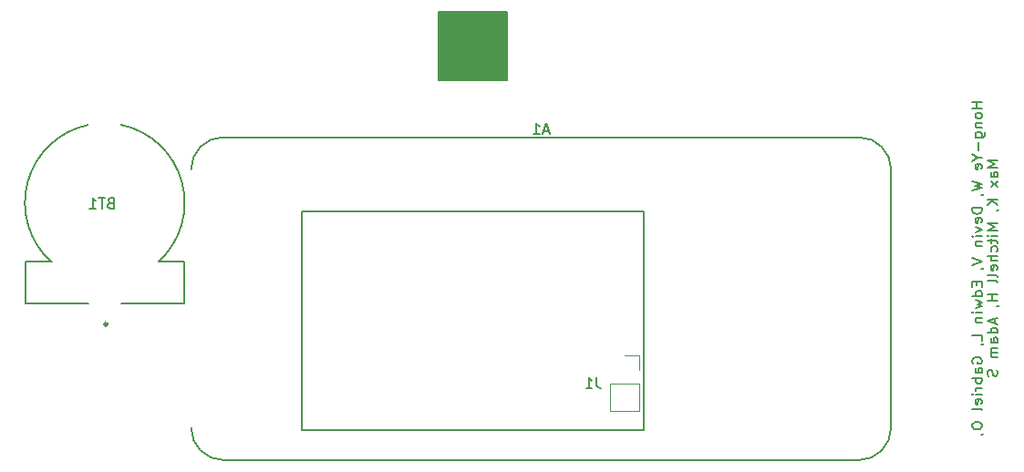
<source format=gbo>
G04 #@! TF.GenerationSoftware,KiCad,Pcbnew,(6.0.7-1)-1*
G04 #@! TF.CreationDate,2023-01-09T19:50:39-06:00*
G04 #@! TF.ProjectId,Neutro_v1,4e657574-726f-45f7-9631-2e6b69636164,v1*
G04 #@! TF.SameCoordinates,Original*
G04 #@! TF.FileFunction,Legend,Bot*
G04 #@! TF.FilePolarity,Positive*
%FSLAX46Y46*%
G04 Gerber Fmt 4.6, Leading zero omitted, Abs format (unit mm)*
G04 Created by KiCad (PCBNEW (6.0.7-1)-1) date 2023-01-09 19:50:39*
%MOMM*%
%LPD*%
G01*
G04 APERTURE LIST*
%ADD10C,0.150000*%
%ADD11C,0.200000*%
%ADD12C,0.127000*%
%ADD13C,0.300000*%
%ADD14C,0.120000*%
%ADD15C,2.500000*%
%ADD16C,2.250000*%
%ADD17R,1.800000X1.800000*%
%ADD18C,1.800000*%
%ADD19C,2.750000*%
%ADD20R,1.508000X1.508000*%
%ADD21C,1.508000*%
%ADD22C,1.300000*%
%ADD23C,1.050000*%
%ADD24R,2.300000X4.500000*%
%ADD25C,3.500000*%
%ADD26R,1.700000X1.700000*%
%ADD27O,1.700000X1.700000*%
G04 APERTURE END LIST*
D10*
X149225000Y-81550000D02*
X155575000Y-81550000D01*
X155575000Y-81550000D02*
X155575000Y-75200000D01*
X155575000Y-75200000D02*
X149225000Y-75200000D01*
X149225000Y-75200000D02*
X149225000Y-81550000D01*
G36*
X149225000Y-81550000D02*
G01*
X155575000Y-81550000D01*
X155575000Y-75200000D01*
X149225000Y-75200000D01*
X149225000Y-81550000D01*
G37*
D11*
X199682642Y-83571428D02*
X198782642Y-83571428D01*
X199211214Y-83571428D02*
X199211214Y-84142857D01*
X199682642Y-84142857D02*
X198782642Y-84142857D01*
X199682642Y-84761904D02*
X199639785Y-84666666D01*
X199596928Y-84619047D01*
X199511214Y-84571428D01*
X199254071Y-84571428D01*
X199168357Y-84619047D01*
X199125500Y-84666666D01*
X199082642Y-84761904D01*
X199082642Y-84904761D01*
X199125500Y-85000000D01*
X199168357Y-85047619D01*
X199254071Y-85095238D01*
X199511214Y-85095238D01*
X199596928Y-85047619D01*
X199639785Y-85000000D01*
X199682642Y-84904761D01*
X199682642Y-84761904D01*
X199082642Y-85523809D02*
X199682642Y-85523809D01*
X199168357Y-85523809D02*
X199125500Y-85571428D01*
X199082642Y-85666666D01*
X199082642Y-85809523D01*
X199125500Y-85904761D01*
X199211214Y-85952380D01*
X199682642Y-85952380D01*
X199082642Y-86857142D02*
X199811214Y-86857142D01*
X199896928Y-86809523D01*
X199939785Y-86761904D01*
X199982642Y-86666666D01*
X199982642Y-86523809D01*
X199939785Y-86428571D01*
X199639785Y-86857142D02*
X199682642Y-86761904D01*
X199682642Y-86571428D01*
X199639785Y-86476190D01*
X199596928Y-86428571D01*
X199511214Y-86380952D01*
X199254071Y-86380952D01*
X199168357Y-86428571D01*
X199125500Y-86476190D01*
X199082642Y-86571428D01*
X199082642Y-86761904D01*
X199125500Y-86857142D01*
X199339785Y-87333333D02*
X199339785Y-88095238D01*
X199254071Y-88761904D02*
X199682642Y-88761904D01*
X198782642Y-88428571D02*
X199254071Y-88761904D01*
X198782642Y-89095238D01*
X199639785Y-89809523D02*
X199682642Y-89714285D01*
X199682642Y-89523809D01*
X199639785Y-89428571D01*
X199554071Y-89380952D01*
X199211214Y-89380952D01*
X199125500Y-89428571D01*
X199082642Y-89523809D01*
X199082642Y-89714285D01*
X199125500Y-89809523D01*
X199211214Y-89857142D01*
X199296928Y-89857142D01*
X199382642Y-89380952D01*
X198782642Y-90952380D02*
X199682642Y-91190476D01*
X199039785Y-91380952D01*
X199682642Y-91571428D01*
X198782642Y-91809523D01*
X199639785Y-92238095D02*
X199682642Y-92238095D01*
X199768357Y-92190476D01*
X199811214Y-92142857D01*
X199682642Y-93428571D02*
X198782642Y-93428571D01*
X198782642Y-93666666D01*
X198825500Y-93809523D01*
X198911214Y-93904761D01*
X198996928Y-93952380D01*
X199168357Y-94000000D01*
X199296928Y-94000000D01*
X199468357Y-93952380D01*
X199554071Y-93904761D01*
X199639785Y-93809523D01*
X199682642Y-93666666D01*
X199682642Y-93428571D01*
X199639785Y-94809523D02*
X199682642Y-94714285D01*
X199682642Y-94523809D01*
X199639785Y-94428571D01*
X199554071Y-94380952D01*
X199211214Y-94380952D01*
X199125500Y-94428571D01*
X199082642Y-94523809D01*
X199082642Y-94714285D01*
X199125500Y-94809523D01*
X199211214Y-94857142D01*
X199296928Y-94857142D01*
X199382642Y-94380952D01*
X199082642Y-95190476D02*
X199682642Y-95428571D01*
X199082642Y-95666666D01*
X199682642Y-96047619D02*
X199082642Y-96047619D01*
X198782642Y-96047619D02*
X198825500Y-96000000D01*
X198868357Y-96047619D01*
X198825500Y-96095238D01*
X198782642Y-96047619D01*
X198868357Y-96047619D01*
X199082642Y-96523809D02*
X199682642Y-96523809D01*
X199168357Y-96523809D02*
X199125500Y-96571428D01*
X199082642Y-96666666D01*
X199082642Y-96809523D01*
X199125500Y-96904761D01*
X199211214Y-96952380D01*
X199682642Y-96952380D01*
X198782642Y-98047619D02*
X199682642Y-98380952D01*
X198782642Y-98714285D01*
X199639785Y-99095238D02*
X199682642Y-99095238D01*
X199768357Y-99047619D01*
X199811214Y-98999999D01*
X199211214Y-100285714D02*
X199211214Y-100619047D01*
X199682642Y-100761904D02*
X199682642Y-100285714D01*
X198782642Y-100285714D01*
X198782642Y-100761904D01*
X199682642Y-101619047D02*
X198782642Y-101619047D01*
X199639785Y-101619047D02*
X199682642Y-101523809D01*
X199682642Y-101333333D01*
X199639785Y-101238095D01*
X199596928Y-101190476D01*
X199511214Y-101142857D01*
X199254071Y-101142857D01*
X199168357Y-101190476D01*
X199125500Y-101238095D01*
X199082642Y-101333333D01*
X199082642Y-101523809D01*
X199125500Y-101619047D01*
X199082642Y-101999999D02*
X199682642Y-102190476D01*
X199254071Y-102380952D01*
X199682642Y-102571428D01*
X199082642Y-102761904D01*
X199682642Y-103142857D02*
X199082642Y-103142857D01*
X198782642Y-103142857D02*
X198825500Y-103095238D01*
X198868357Y-103142857D01*
X198825500Y-103190476D01*
X198782642Y-103142857D01*
X198868357Y-103142857D01*
X199082642Y-103619047D02*
X199682642Y-103619047D01*
X199168357Y-103619047D02*
X199125500Y-103666666D01*
X199082642Y-103761904D01*
X199082642Y-103904761D01*
X199125500Y-103999999D01*
X199211214Y-104047619D01*
X199682642Y-104047619D01*
X199682642Y-105761904D02*
X199682642Y-105285714D01*
X198782642Y-105285714D01*
X199639785Y-106142857D02*
X199682642Y-106142857D01*
X199768357Y-106095238D01*
X199811214Y-106047619D01*
X198825500Y-107857142D02*
X198782642Y-107761904D01*
X198782642Y-107619047D01*
X198825500Y-107476190D01*
X198911214Y-107380952D01*
X198996928Y-107333333D01*
X199168357Y-107285714D01*
X199296928Y-107285714D01*
X199468357Y-107333333D01*
X199554071Y-107380952D01*
X199639785Y-107476190D01*
X199682642Y-107619047D01*
X199682642Y-107714285D01*
X199639785Y-107857142D01*
X199596928Y-107904761D01*
X199296928Y-107904761D01*
X199296928Y-107714285D01*
X199682642Y-108761904D02*
X199211214Y-108761904D01*
X199125500Y-108714285D01*
X199082642Y-108619047D01*
X199082642Y-108428571D01*
X199125500Y-108333333D01*
X199639785Y-108761904D02*
X199682642Y-108666666D01*
X199682642Y-108428571D01*
X199639785Y-108333333D01*
X199554071Y-108285714D01*
X199468357Y-108285714D01*
X199382642Y-108333333D01*
X199339785Y-108428571D01*
X199339785Y-108666666D01*
X199296928Y-108761904D01*
X199682642Y-109238095D02*
X198782642Y-109238095D01*
X199125500Y-109238095D02*
X199082642Y-109333333D01*
X199082642Y-109523809D01*
X199125500Y-109619047D01*
X199168357Y-109666666D01*
X199254071Y-109714285D01*
X199511214Y-109714285D01*
X199596928Y-109666666D01*
X199639785Y-109619047D01*
X199682642Y-109523809D01*
X199682642Y-109333333D01*
X199639785Y-109238095D01*
X199682642Y-110142857D02*
X199082642Y-110142857D01*
X199254071Y-110142857D02*
X199168357Y-110190476D01*
X199125500Y-110238095D01*
X199082642Y-110333333D01*
X199082642Y-110428571D01*
X199682642Y-110761904D02*
X199082642Y-110761904D01*
X198782642Y-110761904D02*
X198825500Y-110714285D01*
X198868357Y-110761904D01*
X198825500Y-110809523D01*
X198782642Y-110761904D01*
X198868357Y-110761904D01*
X199639785Y-111619047D02*
X199682642Y-111523809D01*
X199682642Y-111333333D01*
X199639785Y-111238095D01*
X199554071Y-111190476D01*
X199211214Y-111190476D01*
X199125500Y-111238095D01*
X199082642Y-111333333D01*
X199082642Y-111523809D01*
X199125500Y-111619047D01*
X199211214Y-111666666D01*
X199296928Y-111666666D01*
X199382642Y-111190476D01*
X199682642Y-112238095D02*
X199639785Y-112142857D01*
X199554071Y-112095238D01*
X198782642Y-112095238D01*
X198782642Y-113571428D02*
X198782642Y-113761904D01*
X198825500Y-113857142D01*
X198911214Y-113952380D01*
X199082642Y-113999999D01*
X199382642Y-113999999D01*
X199554071Y-113952380D01*
X199639785Y-113857142D01*
X199682642Y-113761904D01*
X199682642Y-113571428D01*
X199639785Y-113476190D01*
X199554071Y-113380952D01*
X199382642Y-113333333D01*
X199082642Y-113333333D01*
X198911214Y-113380952D01*
X198825500Y-113476190D01*
X198782642Y-113571428D01*
X199639785Y-114476190D02*
X199682642Y-114476190D01*
X199768357Y-114428571D01*
X199811214Y-114380952D01*
X201131642Y-89000000D02*
X200231642Y-89000000D01*
X200874500Y-89333333D01*
X200231642Y-89666666D01*
X201131642Y-89666666D01*
X201131642Y-90571428D02*
X200660214Y-90571428D01*
X200574500Y-90523809D01*
X200531642Y-90428571D01*
X200531642Y-90238095D01*
X200574500Y-90142857D01*
X201088785Y-90571428D02*
X201131642Y-90476190D01*
X201131642Y-90238095D01*
X201088785Y-90142857D01*
X201003071Y-90095238D01*
X200917357Y-90095238D01*
X200831642Y-90142857D01*
X200788785Y-90238095D01*
X200788785Y-90476190D01*
X200745928Y-90571428D01*
X201131642Y-90952380D02*
X200531642Y-91476190D01*
X200531642Y-90952380D02*
X201131642Y-91476190D01*
X201131642Y-92619047D02*
X200231642Y-92619047D01*
X201131642Y-93190476D02*
X200617357Y-92761904D01*
X200231642Y-93190476D02*
X200745928Y-92619047D01*
X201088785Y-93666666D02*
X201131642Y-93666666D01*
X201217357Y-93619047D01*
X201260214Y-93571428D01*
X201131642Y-94857142D02*
X200231642Y-94857142D01*
X200874500Y-95190476D01*
X200231642Y-95523809D01*
X201131642Y-95523809D01*
X201131642Y-95999999D02*
X200531642Y-95999999D01*
X200231642Y-95999999D02*
X200274500Y-95952380D01*
X200317357Y-95999999D01*
X200274500Y-96047619D01*
X200231642Y-95999999D01*
X200317357Y-95999999D01*
X200531642Y-96333333D02*
X200531642Y-96714285D01*
X200231642Y-96476190D02*
X201003071Y-96476190D01*
X201088785Y-96523809D01*
X201131642Y-96619047D01*
X201131642Y-96714285D01*
X201088785Y-97476190D02*
X201131642Y-97380952D01*
X201131642Y-97190476D01*
X201088785Y-97095238D01*
X201045928Y-97047619D01*
X200960214Y-96999999D01*
X200703071Y-96999999D01*
X200617357Y-97047619D01*
X200574500Y-97095238D01*
X200531642Y-97190476D01*
X200531642Y-97380952D01*
X200574500Y-97476190D01*
X201131642Y-97904761D02*
X200231642Y-97904761D01*
X201131642Y-98333333D02*
X200660214Y-98333333D01*
X200574500Y-98285714D01*
X200531642Y-98190476D01*
X200531642Y-98047619D01*
X200574500Y-97952380D01*
X200617357Y-97904761D01*
X201088785Y-99190476D02*
X201131642Y-99095238D01*
X201131642Y-98904761D01*
X201088785Y-98809523D01*
X201003071Y-98761904D01*
X200660214Y-98761904D01*
X200574500Y-98809523D01*
X200531642Y-98904761D01*
X200531642Y-99095238D01*
X200574500Y-99190476D01*
X200660214Y-99238095D01*
X200745928Y-99238095D01*
X200831642Y-98761904D01*
X201131642Y-99809523D02*
X201088785Y-99714285D01*
X201003071Y-99666666D01*
X200231642Y-99666666D01*
X201131642Y-100333333D02*
X201088785Y-100238095D01*
X201003071Y-100190476D01*
X200231642Y-100190476D01*
X201131642Y-101476190D02*
X200231642Y-101476190D01*
X200660214Y-101476190D02*
X200660214Y-102047619D01*
X201131642Y-102047619D02*
X200231642Y-102047619D01*
X201088785Y-102571428D02*
X201131642Y-102571428D01*
X201217357Y-102523809D01*
X201260214Y-102476190D01*
X200874500Y-103714285D02*
X200874500Y-104190476D01*
X201131642Y-103619047D02*
X200231642Y-103952380D01*
X201131642Y-104285714D01*
X201131642Y-105047619D02*
X200231642Y-105047619D01*
X201088785Y-105047619D02*
X201131642Y-104952380D01*
X201131642Y-104761904D01*
X201088785Y-104666666D01*
X201045928Y-104619047D01*
X200960214Y-104571428D01*
X200703071Y-104571428D01*
X200617357Y-104619047D01*
X200574500Y-104666666D01*
X200531642Y-104761904D01*
X200531642Y-104952380D01*
X200574500Y-105047619D01*
X201131642Y-105952380D02*
X200660214Y-105952380D01*
X200574500Y-105904761D01*
X200531642Y-105809523D01*
X200531642Y-105619047D01*
X200574500Y-105523809D01*
X201088785Y-105952380D02*
X201131642Y-105857142D01*
X201131642Y-105619047D01*
X201088785Y-105523809D01*
X201003071Y-105476190D01*
X200917357Y-105476190D01*
X200831642Y-105523809D01*
X200788785Y-105619047D01*
X200788785Y-105857142D01*
X200745928Y-105952380D01*
X201131642Y-106428571D02*
X200531642Y-106428571D01*
X200617357Y-106428571D02*
X200574500Y-106476190D01*
X200531642Y-106571428D01*
X200531642Y-106714285D01*
X200574500Y-106809523D01*
X200660214Y-106857142D01*
X201131642Y-106857142D01*
X200660214Y-106857142D02*
X200574500Y-106904761D01*
X200531642Y-106999999D01*
X200531642Y-107142857D01*
X200574500Y-107238095D01*
X200660214Y-107285714D01*
X201131642Y-107285714D01*
X201088785Y-108476190D02*
X201131642Y-108619047D01*
X201131642Y-108857142D01*
X201088785Y-108952380D01*
X201045928Y-108999999D01*
X200960214Y-109047619D01*
X200874500Y-109047619D01*
X200788785Y-108999999D01*
X200745928Y-108952380D01*
X200703071Y-108857142D01*
X200660214Y-108666666D01*
X200617357Y-108571428D01*
X200574500Y-108523809D01*
X200488785Y-108476190D01*
X200403071Y-108476190D01*
X200317357Y-108523809D01*
X200274500Y-108571428D01*
X200231642Y-108666666D01*
X200231642Y-108904761D01*
X200274500Y-109047619D01*
D10*
X159465635Y-86272981D02*
X158988545Y-86272981D01*
X159561053Y-86559235D02*
X159227090Y-85557345D01*
X158893127Y-86559235D01*
X158034364Y-86559235D02*
X158606872Y-86559235D01*
X158320618Y-86559235D02*
X158320618Y-85557345D01*
X158416036Y-85700473D01*
X158511454Y-85795891D01*
X158606872Y-85843600D01*
X118768714Y-92967670D02*
X118625857Y-93015289D01*
X118578238Y-93062908D01*
X118530619Y-93158146D01*
X118530619Y-93301003D01*
X118578238Y-93396241D01*
X118625857Y-93443860D01*
X118721095Y-93491479D01*
X119102047Y-93491479D01*
X119102047Y-92491479D01*
X118768714Y-92491479D01*
X118673476Y-92539099D01*
X118625857Y-92586718D01*
X118578238Y-92681956D01*
X118578238Y-92777194D01*
X118625857Y-92872432D01*
X118673476Y-92920051D01*
X118768714Y-92967670D01*
X119102047Y-92967670D01*
X118244904Y-92491479D02*
X117673476Y-92491479D01*
X117959190Y-93491479D02*
X117959190Y-92491479D01*
X116816333Y-93491479D02*
X117387761Y-93491479D01*
X117102047Y-93491479D02*
X117102047Y-92491479D01*
X117197285Y-92634337D01*
X117292523Y-92729575D01*
X117387761Y-92777194D01*
X163909333Y-109180380D02*
X163909333Y-109894666D01*
X163956952Y-110037523D01*
X164052190Y-110132761D01*
X164195047Y-110180380D01*
X164290285Y-110180380D01*
X162909333Y-110180380D02*
X163480761Y-110180380D01*
X163195047Y-110180380D02*
X163195047Y-109180380D01*
X163290285Y-109323238D01*
X163385523Y-109418476D01*
X163480761Y-109466095D01*
D12*
X141750000Y-116858000D02*
X133400000Y-116858000D01*
X191250000Y-89858000D02*
X191250000Y-113858000D01*
X129250000Y-86858000D02*
X188250000Y-86858000D01*
X188250000Y-116858000D02*
X129250000Y-116858000D01*
X154350000Y-116858000D02*
X146000000Y-116858000D01*
X129250000Y-86858000D02*
G75*
G03*
X126250000Y-89858000I0J-3000000D01*
G01*
X126250000Y-113858000D02*
G75*
G03*
X129250000Y-116858000I3000000J0D01*
G01*
X191250000Y-89858000D02*
G75*
G03*
X188250000Y-86858000I-3000001J-1D01*
G01*
X188250000Y-116858000D02*
G75*
G03*
X191250000Y-113858000I-1J3000001D01*
G01*
X110837000Y-98437099D02*
X110837000Y-102287099D01*
X113312000Y-98437099D02*
X110837000Y-98437099D01*
X125637000Y-102287099D02*
X125637000Y-98437099D01*
X125637000Y-102287099D02*
X119787000Y-102287099D01*
X110837000Y-102287099D02*
X116687000Y-102287099D01*
X125637000Y-98437099D02*
X123212000Y-98437099D01*
X123212000Y-98437099D02*
G75*
G03*
X119761999Y-85712098I-4949391J5488304D01*
G01*
X116712001Y-85712098D02*
G75*
G03*
X113262000Y-98437099I1499390J-7236697D01*
G01*
D13*
X118448803Y-104212099D02*
G75*
G03*
X118448803Y-104212099I-111803J0D01*
G01*
D14*
X165167000Y-109728000D02*
X165167000Y-112328000D01*
X167827000Y-109728000D02*
X167827000Y-112328000D01*
X167827000Y-108458000D02*
X167827000Y-107128000D01*
X167827000Y-112328000D02*
X165167000Y-112328000D01*
X167827000Y-107128000D02*
X166497000Y-107128000D01*
X167827000Y-109728000D02*
X165167000Y-109728000D01*
D11*
X136525000Y-114046000D02*
X168275000Y-114046000D01*
X168275000Y-114046000D02*
X168275000Y-93726000D01*
X168275000Y-93726000D02*
X136525000Y-93726000D01*
X136525000Y-93726000D02*
X136525000Y-114046000D01*
%LPC*%
D15*
X198700000Y-74400000D03*
D16*
X198120000Y-120269000D03*
X200660000Y-117729000D03*
X200660000Y-122809000D03*
X195580000Y-122809000D03*
X195580000Y-117729000D03*
D15*
X106100000Y-129000000D03*
X198700000Y-129000000D03*
X106100000Y-74500000D03*
D17*
X129500000Y-119825000D03*
D18*
X129500000Y-122365000D03*
D17*
X129500000Y-125625000D03*
D18*
X129500000Y-128165000D03*
D19*
X187750000Y-113358000D03*
X187750000Y-90358000D03*
X129750000Y-113358000D03*
X129750000Y-90358000D03*
D20*
X182880000Y-91628000D03*
D21*
X182880000Y-89088000D03*
X180340000Y-91628000D03*
X180340000Y-89088000D03*
X177800000Y-91628000D03*
X177800000Y-89088000D03*
X175260000Y-91628000D03*
X175260000Y-89088000D03*
X172720000Y-91628000D03*
X172720000Y-89088000D03*
X170180000Y-91628000D03*
X170180000Y-89088000D03*
X167640000Y-91628000D03*
X167640000Y-89088000D03*
X165100000Y-91628000D03*
X165100000Y-89088000D03*
X162560000Y-91628000D03*
X162560000Y-89088000D03*
X160020000Y-91628000D03*
X160020000Y-89088000D03*
X157480000Y-91628000D03*
X157480000Y-89088000D03*
X154940000Y-91628000D03*
X154940000Y-89088000D03*
X152400000Y-91628000D03*
X152400000Y-89088000D03*
X149860000Y-91628000D03*
X149860000Y-89088000D03*
X147320000Y-91628000D03*
X147320000Y-89088000D03*
X144780000Y-91628000D03*
X144780000Y-89088000D03*
X142240000Y-91628000D03*
X142240000Y-89088000D03*
X139700000Y-91628000D03*
X139700000Y-89088000D03*
X137160000Y-91628000D03*
X137160000Y-89088000D03*
X134620000Y-91628000D03*
X134620000Y-89088000D03*
D22*
X118237000Y-96637099D03*
D23*
X118237000Y-89187099D03*
D24*
X118237000Y-84487099D03*
X118237000Y-100887099D03*
D25*
X165735000Y-100076000D03*
X139065000Y-100076000D03*
D26*
X166497000Y-108458000D03*
D27*
X166497000Y-110998000D03*
M02*

</source>
